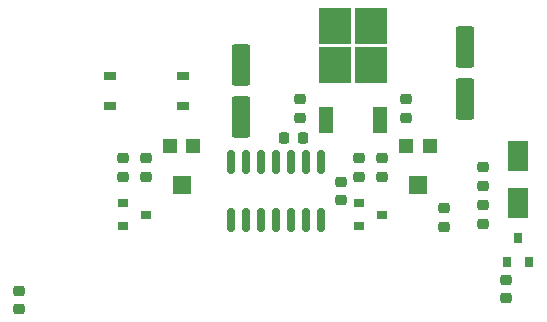
<source format=gtp>
G04 #@! TF.GenerationSoftware,KiCad,Pcbnew,6.0.9-8da3e8f707~116~ubuntu20.04.1*
G04 #@! TF.CreationDate,2023-05-05T17:22:20+00:00*
G04 #@! TF.ProjectId,LEC009002,4c454330-3039-4303-9032-2e6b69636164,rev?*
G04 #@! TF.SameCoordinates,Original*
G04 #@! TF.FileFunction,Paste,Top*
G04 #@! TF.FilePolarity,Positive*
%FSLAX46Y46*%
G04 Gerber Fmt 4.6, Leading zero omitted, Abs format (unit mm)*
G04 Created by KiCad (PCBNEW 6.0.9-8da3e8f707~116~ubuntu20.04.1) date 2023-05-05 17:22:20*
%MOMM*%
%LPD*%
G01*
G04 APERTURE LIST*
G04 Aperture macros list*
%AMRoundRect*
0 Rectangle with rounded corners*
0 $1 Rounding radius*
0 $2 $3 $4 $5 $6 $7 $8 $9 X,Y pos of 4 corners*
0 Add a 4 corners polygon primitive as box body*
4,1,4,$2,$3,$4,$5,$6,$7,$8,$9,$2,$3,0*
0 Add four circle primitives for the rounded corners*
1,1,$1+$1,$2,$3*
1,1,$1+$1,$4,$5*
1,1,$1+$1,$6,$7*
1,1,$1+$1,$8,$9*
0 Add four rect primitives between the rounded corners*
20,1,$1+$1,$2,$3,$4,$5,0*
20,1,$1+$1,$4,$5,$6,$7,0*
20,1,$1+$1,$6,$7,$8,$9,0*
20,1,$1+$1,$8,$9,$2,$3,0*%
G04 Aperture macros list end*
%ADD10RoundRect,0.218750X-0.256250X0.218750X-0.256250X-0.218750X0.256250X-0.218750X0.256250X0.218750X0*%
%ADD11RoundRect,0.249600X0.550400X-1.500400X0.550400X1.500400X-0.550400X1.500400X-0.550400X-1.500400X0*%
%ADD12RoundRect,0.218750X0.256250X-0.218750X0.256250X0.218750X-0.256250X0.218750X-0.256250X-0.218750X0*%
%ADD13R,1.000000X0.800000*%
%ADD14R,1.800000X2.500000*%
%ADD15R,0.800000X0.900000*%
%ADD16R,0.900000X0.800000*%
%ADD17RoundRect,0.218750X0.218750X0.256250X-0.218750X0.256250X-0.218750X-0.256250X0.218750X-0.256250X0*%
%ADD18R,1.200000X1.200000*%
%ADD19R,1.600000X1.500000*%
%ADD20R,2.750000X3.050000*%
%ADD21R,1.200000X2.200000*%
%ADD22RoundRect,0.150000X-0.150000X0.825000X-0.150000X-0.825000X0.150000X-0.825000X0.150000X0.825000X0*%
G04 APERTURE END LIST*
D10*
G04 #@! TO.C,C1*
X76500000Y-36212500D03*
X76500000Y-37787500D03*
G04 #@! TD*
D11*
G04 #@! TO.C,C2*
X68000000Y-30700000D03*
X68000000Y-26300000D03*
G04 #@! TD*
D12*
G04 #@! TO.C,C3*
X73000000Y-30787500D03*
X73000000Y-29212500D03*
G04 #@! TD*
G04 #@! TO.C,C4*
X82000000Y-30787500D03*
X82000000Y-29212500D03*
G04 #@! TD*
D11*
G04 #@! TO.C,C5*
X87000000Y-29200000D03*
X87000000Y-24800000D03*
G04 #@! TD*
D13*
G04 #@! TO.C,D1*
X63075000Y-29770000D03*
X63075000Y-27230000D03*
X56925000Y-27230000D03*
X56925000Y-29770000D03*
G04 #@! TD*
D12*
G04 #@! TO.C,D2*
X88500000Y-36575000D03*
X88500000Y-35000000D03*
G04 #@! TD*
D14*
G04 #@! TO.C,D3*
X91500000Y-34000000D03*
X91500000Y-38000000D03*
G04 #@! TD*
D15*
G04 #@! TO.C,Q1*
X90550000Y-43000000D03*
X92450000Y-43000000D03*
X91500000Y-41000000D03*
G04 #@! TD*
D16*
G04 #@! TO.C,Q2*
X78000000Y-38050000D03*
X78000000Y-39950000D03*
X80000000Y-39000000D03*
G04 #@! TD*
D17*
G04 #@! TO.C,R1*
X73250000Y-32500000D03*
X71675000Y-32500000D03*
G04 #@! TD*
D10*
G04 #@! TO.C,R2*
X90500000Y-44500000D03*
X90500000Y-46075000D03*
G04 #@! TD*
D12*
G04 #@! TO.C,R3*
X78000000Y-35787500D03*
X78000000Y-34212500D03*
G04 #@! TD*
G04 #@! TO.C,R4*
X58000000Y-35787500D03*
X58000000Y-34212500D03*
G04 #@! TD*
G04 #@! TO.C,R5*
X88500000Y-39787500D03*
X88500000Y-38212500D03*
G04 #@! TD*
D10*
G04 #@! TO.C,R6*
X80000000Y-34212500D03*
X80000000Y-35787500D03*
G04 #@! TD*
G04 #@! TO.C,R7*
X60000000Y-34212500D03*
X60000000Y-35787500D03*
G04 #@! TD*
G04 #@! TO.C,R8*
X85250000Y-38462500D03*
X85250000Y-40037500D03*
G04 #@! TD*
G04 #@! TO.C,R9*
X49200000Y-45425000D03*
X49200000Y-47000000D03*
G04 #@! TD*
D18*
G04 #@! TO.C,RV1*
X84000000Y-33200000D03*
D19*
X83000000Y-36450000D03*
D18*
X82000000Y-33200000D03*
G04 #@! TD*
G04 #@! TO.C,RV2*
X64000000Y-33200000D03*
D19*
X63000000Y-36450000D03*
D18*
X62000000Y-33200000D03*
G04 #@! TD*
D20*
G04 #@! TO.C,U2*
X79050000Y-23000000D03*
X76000000Y-23000000D03*
X79050000Y-26350000D03*
X76000000Y-26350000D03*
D21*
X75245000Y-30975000D03*
X79805000Y-30975000D03*
G04 #@! TD*
D16*
G04 #@! TO.C,Q3*
X58000000Y-38050000D03*
X58000000Y-39950000D03*
X60000000Y-39000000D03*
G04 #@! TD*
D22*
G04 #@! TO.C,U1*
X74810000Y-34525000D03*
X73540000Y-34525000D03*
X72270000Y-34525000D03*
X71000000Y-34525000D03*
X69730000Y-34525000D03*
X68460000Y-34525000D03*
X67190000Y-34525000D03*
X67190000Y-39475000D03*
X68460000Y-39475000D03*
X69730000Y-39475000D03*
X71000000Y-39475000D03*
X72270000Y-39475000D03*
X73540000Y-39475000D03*
X74810000Y-39475000D03*
G04 #@! TD*
M02*

</source>
